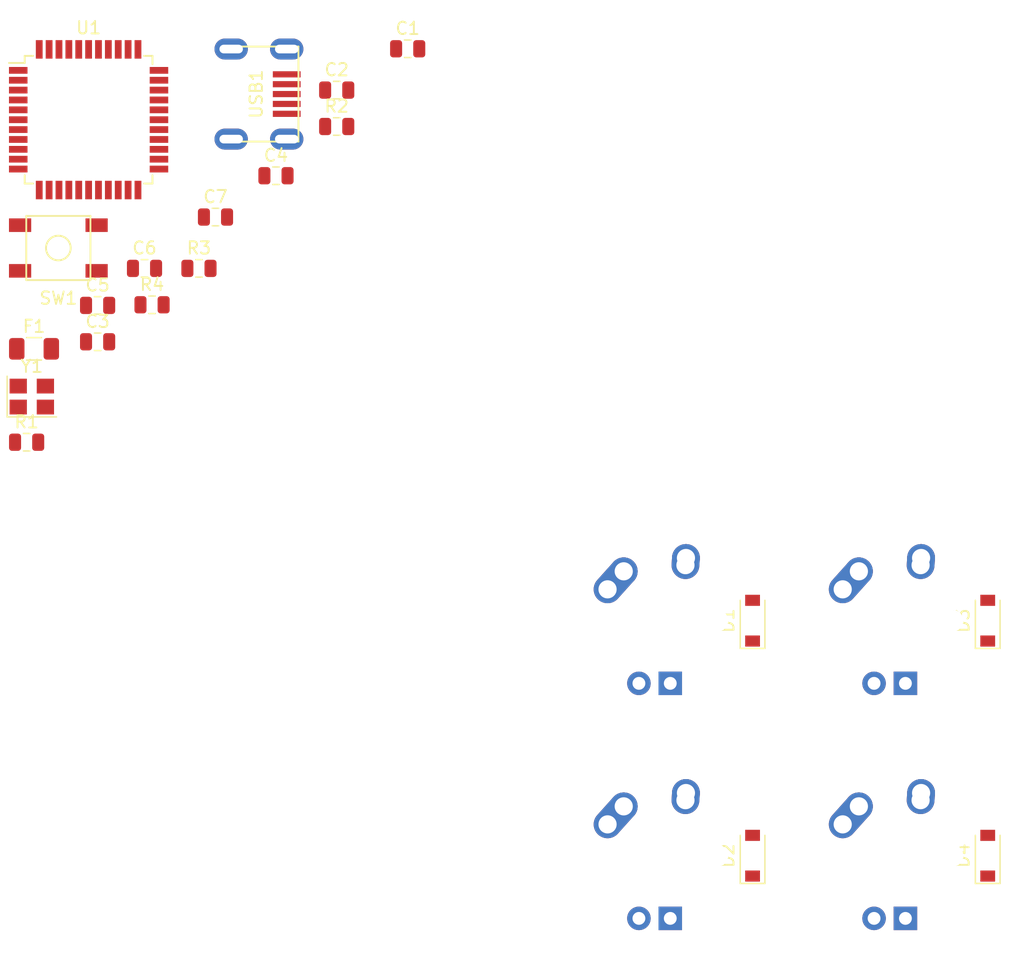
<source format=kicad_pcb>
(kicad_pcb (version 20171130) (host pcbnew "(5.1.4)-1")

  (general
    (thickness 1.6)
    (drawings 0)
    (tracks 0)
    (zones 0)
    (modules 24)
    (nets 44)
  )

  (page A4)
  (layers
    (0 F.Cu signal)
    (31 B.Cu signal)
    (32 B.Adhes user)
    (33 F.Adhes user)
    (34 B.Paste user)
    (35 F.Paste user)
    (36 B.SilkS user)
    (37 F.SilkS user)
    (38 B.Mask user)
    (39 F.Mask user)
    (40 Dwgs.User user)
    (41 Cmts.User user)
    (42 Eco1.User user)
    (43 Eco2.User user)
    (44 Edge.Cuts user)
    (45 Margin user)
    (46 B.CrtYd user)
    (47 F.CrtYd user)
    (48 B.Fab user)
    (49 F.Fab user)
  )

  (setup
    (last_trace_width 0.25)
    (trace_clearance 0.2)
    (zone_clearance 0.508)
    (zone_45_only no)
    (trace_min 0.2)
    (via_size 0.8)
    (via_drill 0.4)
    (via_min_size 0.4)
    (via_min_drill 0.3)
    (uvia_size 0.3)
    (uvia_drill 0.1)
    (uvias_allowed no)
    (uvia_min_size 0.2)
    (uvia_min_drill 0.1)
    (edge_width 0.05)
    (segment_width 0.2)
    (pcb_text_width 0.3)
    (pcb_text_size 1.5 1.5)
    (mod_edge_width 0.12)
    (mod_text_size 1 1)
    (mod_text_width 0.15)
    (pad_size 1.524 1.524)
    (pad_drill 0.762)
    (pad_to_mask_clearance 0.051)
    (solder_mask_min_width 0.25)
    (aux_axis_origin 0 0)
    (visible_elements FFFFFF7F)
    (pcbplotparams
      (layerselection 0x010fc_ffffffff)
      (usegerberextensions false)
      (usegerberattributes false)
      (usegerberadvancedattributes false)
      (creategerberjobfile false)
      (excludeedgelayer true)
      (linewidth 0.100000)
      (plotframeref false)
      (viasonmask false)
      (mode 1)
      (useauxorigin false)
      (hpglpennumber 1)
      (hpglpenspeed 20)
      (hpglpendiameter 15.000000)
      (psnegative false)
      (psa4output false)
      (plotreference true)
      (plotvalue true)
      (plotinvisibletext false)
      (padsonsilk false)
      (subtractmaskfromsilk false)
      (outputformat 1)
      (mirror false)
      (drillshape 1)
      (scaleselection 1)
      (outputdirectory ""))
  )

  (net 0 "")
  (net 1 GND)
  (net 2 "Net-(C1-Pad1)")
  (net 3 "Net-(C3-Pad1)")
  (net 4 +5V)
  (net 5 "Net-(D1-Pad2)")
  (net 6 ROW0)
  (net 7 "Net-(D2-Pad2)")
  (net 8 ROW1)
  (net 9 "Net-(D3-Pad2)")
  (net 10 "Net-(D4-Pad2)")
  (net 11 VCC)
  (net 12 COL0)
  (net 13 COL1)
  (net 14 "Net-(R1-Pad2)")
  (net 15 D+)
  (net 16 "Net-(R2-Pad1)")
  (net 17 D-)
  (net 18 "Net-(R3-Pad1)")
  (net 19 "Net-(R4-Pad2)")
  (net 20 "Net-(U1-Pad42)")
  (net 21 "Net-(U1-Pad41)")
  (net 22 "Net-(U1-Pad40)")
  (net 23 "Net-(U1-Pad39)")
  (net 24 "Net-(U1-Pad38)")
  (net 25 "Net-(U1-Pad37)")
  (net 26 "Net-(U1-Pad36)")
  (net 27 "Net-(U1-Pad32)")
  (net 28 "Net-(U1-Pad31)")
  (net 29 "Net-(U1-Pad26)")
  (net 30 "Net-(U1-Pad25)")
  (net 31 "Net-(U1-Pad22)")
  (net 32 "Net-(U1-Pad21)")
  (net 33 "Net-(U1-Pad20)")
  (net 34 "Net-(U1-Pad19)")
  (net 35 "Net-(U1-Pad18)")
  (net 36 "Net-(U1-Pad12)")
  (net 37 "Net-(U1-Pad11)")
  (net 38 "Net-(U1-Pad10)")
  (net 39 "Net-(U1-Pad9)")
  (net 40 "Net-(U1-Pad8)")
  (net 41 "Net-(U1-Pad1)")
  (net 42 "Net-(USB1-Pad6)")
  (net 43 "Net-(USB1-Pad2)")

  (net_class Default "Dit is de standaard class."
    (clearance 0.2)
    (trace_width 0.25)
    (via_dia 0.8)
    (via_drill 0.4)
    (uvia_dia 0.3)
    (uvia_drill 0.1)
    (add_net +5V)
    (add_net COL0)
    (add_net COL1)
    (add_net D+)
    (add_net D-)
    (add_net GND)
    (add_net "Net-(C1-Pad1)")
    (add_net "Net-(C3-Pad1)")
    (add_net "Net-(D1-Pad2)")
    (add_net "Net-(D2-Pad2)")
    (add_net "Net-(D3-Pad2)")
    (add_net "Net-(D4-Pad2)")
    (add_net "Net-(R1-Pad2)")
    (add_net "Net-(R2-Pad1)")
    (add_net "Net-(R3-Pad1)")
    (add_net "Net-(R4-Pad2)")
    (add_net "Net-(U1-Pad1)")
    (add_net "Net-(U1-Pad10)")
    (add_net "Net-(U1-Pad11)")
    (add_net "Net-(U1-Pad12)")
    (add_net "Net-(U1-Pad18)")
    (add_net "Net-(U1-Pad19)")
    (add_net "Net-(U1-Pad20)")
    (add_net "Net-(U1-Pad21)")
    (add_net "Net-(U1-Pad22)")
    (add_net "Net-(U1-Pad25)")
    (add_net "Net-(U1-Pad26)")
    (add_net "Net-(U1-Pad31)")
    (add_net "Net-(U1-Pad32)")
    (add_net "Net-(U1-Pad36)")
    (add_net "Net-(U1-Pad37)")
    (add_net "Net-(U1-Pad38)")
    (add_net "Net-(U1-Pad39)")
    (add_net "Net-(U1-Pad40)")
    (add_net "Net-(U1-Pad41)")
    (add_net "Net-(U1-Pad42)")
    (add_net "Net-(U1-Pad8)")
    (add_net "Net-(U1-Pad9)")
    (add_net "Net-(USB1-Pad2)")
    (add_net "Net-(USB1-Pad6)")
    (add_net ROW0)
    (add_net ROW1)
    (add_net VCC)
  )

  (module Crystal:Crystal_SMD_3225-4Pin_3.2x2.5mm (layer F.Cu) (tedit 5A0FD1B2) (tstamp 633CD93F)
    (at 157.51 86.61)
    (descr "SMD Crystal SERIES SMD3225/4 http://www.txccrystal.com/images/pdf/7m-accuracy.pdf, 3.2x2.5mm^2 package")
    (tags "SMD SMT crystal")
    (path /6340F5AA)
    (attr smd)
    (fp_text reference Y1 (at 0 -2.45) (layer F.SilkS)
      (effects (font (size 1 1) (thickness 0.15)))
    )
    (fp_text value 16MHz (at 0 2.45) (layer F.Fab)
      (effects (font (size 1 1) (thickness 0.15)))
    )
    (fp_line (start 2.1 -1.7) (end -2.1 -1.7) (layer F.CrtYd) (width 0.05))
    (fp_line (start 2.1 1.7) (end 2.1 -1.7) (layer F.CrtYd) (width 0.05))
    (fp_line (start -2.1 1.7) (end 2.1 1.7) (layer F.CrtYd) (width 0.05))
    (fp_line (start -2.1 -1.7) (end -2.1 1.7) (layer F.CrtYd) (width 0.05))
    (fp_line (start -2 1.65) (end 2 1.65) (layer F.SilkS) (width 0.12))
    (fp_line (start -2 -1.65) (end -2 1.65) (layer F.SilkS) (width 0.12))
    (fp_line (start -1.6 0.25) (end -0.6 1.25) (layer F.Fab) (width 0.1))
    (fp_line (start 1.6 -1.25) (end -1.6 -1.25) (layer F.Fab) (width 0.1))
    (fp_line (start 1.6 1.25) (end 1.6 -1.25) (layer F.Fab) (width 0.1))
    (fp_line (start -1.6 1.25) (end 1.6 1.25) (layer F.Fab) (width 0.1))
    (fp_line (start -1.6 -1.25) (end -1.6 1.25) (layer F.Fab) (width 0.1))
    (fp_text user %R (at 0 0) (layer F.Fab)
      (effects (font (size 0.7 0.7) (thickness 0.105)))
    )
    (pad 4 smd rect (at -1.1 -0.85) (size 1.4 1.2) (layers F.Cu F.Paste F.Mask)
      (net 1 GND))
    (pad 3 smd rect (at 1.1 -0.85) (size 1.4 1.2) (layers F.Cu F.Paste F.Mask)
      (net 1 GND))
    (pad 2 smd rect (at 1.1 0.85) (size 1.4 1.2) (layers F.Cu F.Paste F.Mask)
      (net 1 GND))
    (pad 1 smd rect (at -1.1 0.85) (size 1.4 1.2) (layers F.Cu F.Paste F.Mask)
      (net 2 "Net-(C1-Pad1)"))
    (model ${KISYS3DMOD}/Crystal.3dshapes/Crystal_SMD_3225-4Pin_3.2x2.5mm.wrl
      (at (xyz 0 0 0))
      (scale (xyz 1 1 1))
      (rotate (xyz 0 0 0))
    )
  )

  (module random-keyboard-parts:Molex-0548190589 (layer F.Cu) (tedit 5C494815) (tstamp 633CCC70)
    (at 173.66 62.092)
    (path /634280B9)
    (attr smd)
    (fp_text reference USB1 (at 2.032 0 90) (layer F.SilkS)
      (effects (font (size 1 1) (thickness 0.15)))
    )
    (fp_text value Molex-0548190589 (at -5.08 0 90) (layer Dwgs.User)
      (effects (font (size 1 1) (thickness 0.15)))
    )
    (fp_text user %R (at 2 0 90) (layer F.CrtYd)
      (effects (font (size 1 1) (thickness 0.15)))
    )
    (fp_line (start 3.25 -1.25) (end 5.5 -1.25) (layer F.CrtYd) (width 0.15))
    (fp_line (start 5.5 -0.5) (end 3.25 -0.5) (layer F.CrtYd) (width 0.15))
    (fp_line (start 3.25 0.5) (end 5.5 0.5) (layer F.CrtYd) (width 0.15))
    (fp_line (start 5.5 1.25) (end 3.25 1.25) (layer F.CrtYd) (width 0.15))
    (fp_line (start 3.25 2) (end 5.5 2) (layer F.CrtYd) (width 0.15))
    (fp_line (start 3.25 -2) (end 3.25 2) (layer F.CrtYd) (width 0.15))
    (fp_line (start 5.5 -2) (end 3.25 -2) (layer F.CrtYd) (width 0.15))
    (fp_line (start -3.75 3.75) (end -3.75 -3.75) (layer F.CrtYd) (width 0.15))
    (fp_line (start 5.5 3.75) (end -3.75 3.75) (layer F.CrtYd) (width 0.15))
    (fp_line (start 5.5 -3.75) (end 5.5 3.75) (layer F.CrtYd) (width 0.15))
    (fp_line (start -3.75 -3.75) (end 5.5 -3.75) (layer F.CrtYd) (width 0.15))
    (fp_line (start 0 -3.85) (end 5.45 -3.85) (layer F.SilkS) (width 0.15))
    (fp_line (start 0 3.85) (end 5.45 3.85) (layer F.SilkS) (width 0.15))
    (fp_line (start 5.45 -3.85) (end 5.45 3.85) (layer F.SilkS) (width 0.15))
    (fp_line (start -3.75 -3.85) (end 0 -3.85) (layer Dwgs.User) (width 0.15))
    (fp_line (start -3.75 3.85) (end 0 3.85) (layer Dwgs.User) (width 0.15))
    (fp_line (start -1.75 -4.572) (end -1.75 4.572) (layer Dwgs.User) (width 0.15))
    (fp_line (start -3.75 -3.85) (end -3.75 3.85) (layer Dwgs.User) (width 0.15))
    (pad 6 thru_hole oval (at 0 -3.65) (size 2.7 1.7) (drill oval 1.9 0.7) (layers *.Cu *.Mask)
      (net 42 "Net-(USB1-Pad6)"))
    (pad 6 thru_hole oval (at 0 3.65) (size 2.7 1.7) (drill oval 1.9 0.7) (layers *.Cu *.Mask)
      (net 42 "Net-(USB1-Pad6)"))
    (pad 6 thru_hole oval (at 4.5 3.65) (size 2.7 1.7) (drill oval 1.9 0.7) (layers *.Cu *.Mask)
      (net 42 "Net-(USB1-Pad6)"))
    (pad 6 thru_hole oval (at 4.5 -3.65) (size 2.7 1.7) (drill oval 1.9 0.7) (layers *.Cu *.Mask)
      (net 42 "Net-(USB1-Pad6)"))
    (pad 5 smd rect (at 4.5 -1.6) (size 2.25 0.5) (layers F.Cu F.Paste F.Mask)
      (net 11 VCC))
    (pad 4 smd rect (at 4.5 -0.8) (size 2.25 0.5) (layers F.Cu F.Paste F.Mask)
      (net 17 D-))
    (pad 3 smd rect (at 4.5 0) (size 2.25 0.5) (layers F.Cu F.Paste F.Mask)
      (net 15 D+))
    (pad 2 smd rect (at 4.5 0.8) (size 2.25 0.5) (layers F.Cu F.Paste F.Mask)
      (net 43 "Net-(USB1-Pad2)"))
    (pad 1 smd rect (at 4.5 1.6) (size 2.25 0.5) (layers F.Cu F.Paste F.Mask)
      (net 1 GND))
  )

  (module Package_QFP:TQFP-44_10x10mm_P0.8mm (layer F.Cu) (tedit 5A02F146) (tstamp 633CCC50)
    (at 162.11 64.17)
    (descr "44-Lead Plastic Thin Quad Flatpack (PT) - 10x10x1.0 mm Body [TQFP] (see Microchip Packaging Specification 00000049BS.pdf)")
    (tags "QFP 0.8")
    (path /633D9752)
    (attr smd)
    (fp_text reference U1 (at 0 -7.45) (layer F.SilkS)
      (effects (font (size 1 1) (thickness 0.15)))
    )
    (fp_text value ATmega32U4-AU (at 0 7.45) (layer F.Fab)
      (effects (font (size 1 1) (thickness 0.15)))
    )
    (fp_line (start -5.175 -4.6) (end -6.45 -4.6) (layer F.SilkS) (width 0.15))
    (fp_line (start 5.175 -5.175) (end 4.5 -5.175) (layer F.SilkS) (width 0.15))
    (fp_line (start 5.175 5.175) (end 4.5 5.175) (layer F.SilkS) (width 0.15))
    (fp_line (start -5.175 5.175) (end -4.5 5.175) (layer F.SilkS) (width 0.15))
    (fp_line (start -5.175 -5.175) (end -4.5 -5.175) (layer F.SilkS) (width 0.15))
    (fp_line (start -5.175 5.175) (end -5.175 4.5) (layer F.SilkS) (width 0.15))
    (fp_line (start 5.175 5.175) (end 5.175 4.5) (layer F.SilkS) (width 0.15))
    (fp_line (start 5.175 -5.175) (end 5.175 -4.5) (layer F.SilkS) (width 0.15))
    (fp_line (start -5.175 -5.175) (end -5.175 -4.6) (layer F.SilkS) (width 0.15))
    (fp_line (start -6.7 6.7) (end 6.7 6.7) (layer F.CrtYd) (width 0.05))
    (fp_line (start -6.7 -6.7) (end 6.7 -6.7) (layer F.CrtYd) (width 0.05))
    (fp_line (start 6.7 -6.7) (end 6.7 6.7) (layer F.CrtYd) (width 0.05))
    (fp_line (start -6.7 -6.7) (end -6.7 6.7) (layer F.CrtYd) (width 0.05))
    (fp_line (start -5 -4) (end -4 -5) (layer F.Fab) (width 0.15))
    (fp_line (start -5 5) (end -5 -4) (layer F.Fab) (width 0.15))
    (fp_line (start 5 5) (end -5 5) (layer F.Fab) (width 0.15))
    (fp_line (start 5 -5) (end 5 5) (layer F.Fab) (width 0.15))
    (fp_line (start -4 -5) (end 5 -5) (layer F.Fab) (width 0.15))
    (fp_text user %R (at 0 0) (layer F.Fab)
      (effects (font (size 1 1) (thickness 0.15)))
    )
    (pad 44 smd rect (at -4 -5.7 90) (size 1.5 0.55) (layers F.Cu F.Paste F.Mask)
      (net 4 +5V))
    (pad 43 smd rect (at -3.2 -5.7 90) (size 1.5 0.55) (layers F.Cu F.Paste F.Mask)
      (net 1 GND))
    (pad 42 smd rect (at -2.4 -5.7 90) (size 1.5 0.55) (layers F.Cu F.Paste F.Mask)
      (net 20 "Net-(U1-Pad42)"))
    (pad 41 smd rect (at -1.6 -5.7 90) (size 1.5 0.55) (layers F.Cu F.Paste F.Mask)
      (net 21 "Net-(U1-Pad41)"))
    (pad 40 smd rect (at -0.8 -5.7 90) (size 1.5 0.55) (layers F.Cu F.Paste F.Mask)
      (net 22 "Net-(U1-Pad40)"))
    (pad 39 smd rect (at 0 -5.7 90) (size 1.5 0.55) (layers F.Cu F.Paste F.Mask)
      (net 23 "Net-(U1-Pad39)"))
    (pad 38 smd rect (at 0.8 -5.7 90) (size 1.5 0.55) (layers F.Cu F.Paste F.Mask)
      (net 24 "Net-(U1-Pad38)"))
    (pad 37 smd rect (at 1.6 -5.7 90) (size 1.5 0.55) (layers F.Cu F.Paste F.Mask)
      (net 25 "Net-(U1-Pad37)"))
    (pad 36 smd rect (at 2.4 -5.7 90) (size 1.5 0.55) (layers F.Cu F.Paste F.Mask)
      (net 26 "Net-(U1-Pad36)"))
    (pad 35 smd rect (at 3.2 -5.7 90) (size 1.5 0.55) (layers F.Cu F.Paste F.Mask)
      (net 1 GND))
    (pad 34 smd rect (at 4 -5.7 90) (size 1.5 0.55) (layers F.Cu F.Paste F.Mask)
      (net 4 +5V))
    (pad 33 smd rect (at 5.7 -4) (size 1.5 0.55) (layers F.Cu F.Paste F.Mask)
      (net 19 "Net-(R4-Pad2)"))
    (pad 32 smd rect (at 5.7 -3.2) (size 1.5 0.55) (layers F.Cu F.Paste F.Mask)
      (net 27 "Net-(U1-Pad32)"))
    (pad 31 smd rect (at 5.7 -2.4) (size 1.5 0.55) (layers F.Cu F.Paste F.Mask)
      (net 28 "Net-(U1-Pad31)"))
    (pad 30 smd rect (at 5.7 -1.6) (size 1.5 0.55) (layers F.Cu F.Paste F.Mask)
      (net 8 ROW1))
    (pad 29 smd rect (at 5.7 -0.8) (size 1.5 0.55) (layers F.Cu F.Paste F.Mask)
      (net 12 COL0))
    (pad 28 smd rect (at 5.7 0) (size 1.5 0.55) (layers F.Cu F.Paste F.Mask)
      (net 13 COL1))
    (pad 27 smd rect (at 5.7 0.8) (size 1.5 0.55) (layers F.Cu F.Paste F.Mask)
      (net 6 ROW0))
    (pad 26 smd rect (at 5.7 1.6) (size 1.5 0.55) (layers F.Cu F.Paste F.Mask)
      (net 29 "Net-(U1-Pad26)"))
    (pad 25 smd rect (at 5.7 2.4) (size 1.5 0.55) (layers F.Cu F.Paste F.Mask)
      (net 30 "Net-(U1-Pad25)"))
    (pad 24 smd rect (at 5.7 3.2) (size 1.5 0.55) (layers F.Cu F.Paste F.Mask)
      (net 4 +5V))
    (pad 23 smd rect (at 5.7 4) (size 1.5 0.55) (layers F.Cu F.Paste F.Mask)
      (net 1 GND))
    (pad 22 smd rect (at 4 5.7 90) (size 1.5 0.55) (layers F.Cu F.Paste F.Mask)
      (net 31 "Net-(U1-Pad22)"))
    (pad 21 smd rect (at 3.2 5.7 90) (size 1.5 0.55) (layers F.Cu F.Paste F.Mask)
      (net 32 "Net-(U1-Pad21)"))
    (pad 20 smd rect (at 2.4 5.7 90) (size 1.5 0.55) (layers F.Cu F.Paste F.Mask)
      (net 33 "Net-(U1-Pad20)"))
    (pad 19 smd rect (at 1.6 5.7 90) (size 1.5 0.55) (layers F.Cu F.Paste F.Mask)
      (net 34 "Net-(U1-Pad19)"))
    (pad 18 smd rect (at 0.8 5.7 90) (size 1.5 0.55) (layers F.Cu F.Paste F.Mask)
      (net 35 "Net-(U1-Pad18)"))
    (pad 17 smd rect (at 0 5.7 90) (size 1.5 0.55) (layers F.Cu F.Paste F.Mask)
      (net 2 "Net-(C1-Pad1)"))
    (pad 16 smd rect (at -0.8 5.7 90) (size 1.5 0.55) (layers F.Cu F.Paste F.Mask)
      (net 1 GND))
    (pad 15 smd rect (at -1.6 5.7 90) (size 1.5 0.55) (layers F.Cu F.Paste F.Mask)
      (net 1 GND))
    (pad 14 smd rect (at -2.4 5.7 90) (size 1.5 0.55) (layers F.Cu F.Paste F.Mask)
      (net 4 +5V))
    (pad 13 smd rect (at -3.2 5.7 90) (size 1.5 0.55) (layers F.Cu F.Paste F.Mask)
      (net 14 "Net-(R1-Pad2)"))
    (pad 12 smd rect (at -4 5.7 90) (size 1.5 0.55) (layers F.Cu F.Paste F.Mask)
      (net 36 "Net-(U1-Pad12)"))
    (pad 11 smd rect (at -5.7 4) (size 1.5 0.55) (layers F.Cu F.Paste F.Mask)
      (net 37 "Net-(U1-Pad11)"))
    (pad 10 smd rect (at -5.7 3.2) (size 1.5 0.55) (layers F.Cu F.Paste F.Mask)
      (net 38 "Net-(U1-Pad10)"))
    (pad 9 smd rect (at -5.7 2.4) (size 1.5 0.55) (layers F.Cu F.Paste F.Mask)
      (net 39 "Net-(U1-Pad9)"))
    (pad 8 smd rect (at -5.7 1.6) (size 1.5 0.55) (layers F.Cu F.Paste F.Mask)
      (net 40 "Net-(U1-Pad8)"))
    (pad 7 smd rect (at -5.7 0.8) (size 1.5 0.55) (layers F.Cu F.Paste F.Mask)
      (net 4 +5V))
    (pad 6 smd rect (at -5.7 0) (size 1.5 0.55) (layers F.Cu F.Paste F.Mask)
      (net 3 "Net-(C3-Pad1)"))
    (pad 5 smd rect (at -5.7 -0.8) (size 1.5 0.55) (layers F.Cu F.Paste F.Mask)
      (net 1 GND))
    (pad 4 smd rect (at -5.7 -1.6) (size 1.5 0.55) (layers F.Cu F.Paste F.Mask)
      (net 16 "Net-(R2-Pad1)"))
    (pad 3 smd rect (at -5.7 -2.4) (size 1.5 0.55) (layers F.Cu F.Paste F.Mask)
      (net 18 "Net-(R3-Pad1)"))
    (pad 2 smd rect (at -5.7 -3.2) (size 1.5 0.55) (layers F.Cu F.Paste F.Mask)
      (net 4 +5V))
    (pad 1 smd rect (at -5.7 -4) (size 1.5 0.55) (layers F.Cu F.Paste F.Mask)
      (net 41 "Net-(U1-Pad1)"))
    (model ${KISYS3DMOD}/Package_QFP.3dshapes/TQFP-44_10x10mm_P0.8mm.wrl
      (at (xyz 0 0 0))
      (scale (xyz 1 1 1))
      (rotate (xyz 0 0 0))
    )
  )

  (module random-keyboard-parts:SKQG-1155865 (layer F.Cu) (tedit 5E62B398) (tstamp 633CD9E4)
    (at 159.66 74.57)
    (path /6341F996)
    (attr smd)
    (fp_text reference SW1 (at 0 4.064) (layer F.SilkS)
      (effects (font (size 1 1) (thickness 0.15)))
    )
    (fp_text value SW_Push (at 0 -4.064) (layer F.Fab)
      (effects (font (size 1 1) (thickness 0.15)))
    )
    (fp_line (start -2.6 -2.6) (end 2.6 -2.6) (layer F.SilkS) (width 0.15))
    (fp_line (start 2.6 -2.6) (end 2.6 2.6) (layer F.SilkS) (width 0.15))
    (fp_line (start 2.6 2.6) (end -2.6 2.6) (layer F.SilkS) (width 0.15))
    (fp_line (start -2.6 2.6) (end -2.6 -2.6) (layer F.SilkS) (width 0.15))
    (fp_circle (center 0 0) (end 1 0) (layer F.SilkS) (width 0.15))
    (fp_line (start -4.2 -2.6) (end 4.2 -2.6) (layer F.Fab) (width 0.15))
    (fp_line (start 4.2 -2.6) (end 4.2 -1.2) (layer F.Fab) (width 0.15))
    (fp_line (start 4.2 -1.1) (end 2.6 -1.1) (layer F.Fab) (width 0.15))
    (fp_line (start 2.6 -1.1) (end 2.6 1.1) (layer F.Fab) (width 0.15))
    (fp_line (start 2.6 1.1) (end 4.2 1.1) (layer F.Fab) (width 0.15))
    (fp_line (start 4.2 1.1) (end 4.2 2.6) (layer F.Fab) (width 0.15))
    (fp_line (start 4.2 2.6) (end -4.2 2.6) (layer F.Fab) (width 0.15))
    (fp_line (start -4.2 2.6) (end -4.2 1.1) (layer F.Fab) (width 0.15))
    (fp_line (start -4.2 1.1) (end -2.6 1.1) (layer F.Fab) (width 0.15))
    (fp_line (start -2.6 1.1) (end -2.6 -1.1) (layer F.Fab) (width 0.15))
    (fp_line (start -2.6 -1.1) (end -4.2 -1.1) (layer F.Fab) (width 0.15))
    (fp_line (start -4.2 -1.1) (end -4.2 -2.6) (layer F.Fab) (width 0.15))
    (fp_circle (center 0 0) (end 1 0) (layer F.Fab) (width 0.15))
    (fp_line (start -2.6 -1.1) (end -1.1 -2.6) (layer F.Fab) (width 0.15))
    (fp_line (start 2.6 -1.1) (end 1.1 -2.6) (layer F.Fab) (width 0.15))
    (fp_line (start 2.6 1.1) (end 1.1 2.6) (layer F.Fab) (width 0.15))
    (fp_line (start -2.6 1.1) (end -1.1 2.6) (layer F.Fab) (width 0.15))
    (pad 4 smd rect (at -3.1 1.85) (size 1.8 1.1) (layers F.Cu F.Paste F.Mask))
    (pad 3 smd rect (at 3.1 -1.85) (size 1.8 1.1) (layers F.Cu F.Paste F.Mask))
    (pad 2 smd rect (at -3.1 -1.85) (size 1.8 1.1) (layers F.Cu F.Paste F.Mask)
      (net 14 "Net-(R1-Pad2)"))
    (pad 1 smd rect (at 3.1 1.85) (size 1.8 1.1) (layers F.Cu F.Paste F.Mask)
      (net 1 GND))
    (model ${KISYS3DMOD}/Button_Switch_SMD.3dshapes/SW_SPST_TL3342.step
      (at (xyz 0 0 0))
      (scale (xyz 1 1 1))
      (rotate (xyz 0 0 0))
    )
  )

  (module Resistor_SMD:R_0805_2012Metric (layer F.Cu) (tedit 5B36C52B) (tstamp 633CCBEF)
    (at 167.25 79.17)
    (descr "Resistor SMD 0805 (2012 Metric), square (rectangular) end terminal, IPC_7351 nominal, (Body size source: https://docs.google.com/spreadsheets/d/1BsfQQcO9C6DZCsRaXUlFlo91Tg2WpOkGARC1WS5S8t0/edit?usp=sharing), generated with kicad-footprint-generator")
    (tags resistor)
    (path /633E989A)
    (attr smd)
    (fp_text reference R4 (at 0 -1.65) (layer F.SilkS)
      (effects (font (size 1 1) (thickness 0.15)))
    )
    (fp_text value 10k (at 0 1.65) (layer F.Fab)
      (effects (font (size 1 1) (thickness 0.15)))
    )
    (fp_text user %R (at 0 0) (layer F.Fab)
      (effects (font (size 0.5 0.5) (thickness 0.08)))
    )
    (fp_line (start 1.68 0.95) (end -1.68 0.95) (layer F.CrtYd) (width 0.05))
    (fp_line (start 1.68 -0.95) (end 1.68 0.95) (layer F.CrtYd) (width 0.05))
    (fp_line (start -1.68 -0.95) (end 1.68 -0.95) (layer F.CrtYd) (width 0.05))
    (fp_line (start -1.68 0.95) (end -1.68 -0.95) (layer F.CrtYd) (width 0.05))
    (fp_line (start -0.258578 0.71) (end 0.258578 0.71) (layer F.SilkS) (width 0.12))
    (fp_line (start -0.258578 -0.71) (end 0.258578 -0.71) (layer F.SilkS) (width 0.12))
    (fp_line (start 1 0.6) (end -1 0.6) (layer F.Fab) (width 0.1))
    (fp_line (start 1 -0.6) (end 1 0.6) (layer F.Fab) (width 0.1))
    (fp_line (start -1 -0.6) (end 1 -0.6) (layer F.Fab) (width 0.1))
    (fp_line (start -1 0.6) (end -1 -0.6) (layer F.Fab) (width 0.1))
    (pad 2 smd roundrect (at 0.9375 0) (size 0.975 1.4) (layers F.Cu F.Paste F.Mask) (roundrect_rratio 0.25)
      (net 19 "Net-(R4-Pad2)"))
    (pad 1 smd roundrect (at -0.9375 0) (size 0.975 1.4) (layers F.Cu F.Paste F.Mask) (roundrect_rratio 0.25)
      (net 1 GND))
    (model ${KISYS3DMOD}/Resistor_SMD.3dshapes/R_0805_2012Metric.wrl
      (at (xyz 0 0 0))
      (scale (xyz 1 1 1))
      (rotate (xyz 0 0 0))
    )
  )

  (module Resistor_SMD:R_0805_2012Metric (layer F.Cu) (tedit 5B36C52B) (tstamp 633CCBDE)
    (at 171.05 76.22)
    (descr "Resistor SMD 0805 (2012 Metric), square (rectangular) end terminal, IPC_7351 nominal, (Body size source: https://docs.google.com/spreadsheets/d/1BsfQQcO9C6DZCsRaXUlFlo91Tg2WpOkGARC1WS5S8t0/edit?usp=sharing), generated with kicad-footprint-generator")
    (tags resistor)
    (path /633F12B6)
    (attr smd)
    (fp_text reference R3 (at 0 -1.65) (layer F.SilkS)
      (effects (font (size 1 1) (thickness 0.15)))
    )
    (fp_text value 22 (at 0 1.65) (layer F.Fab)
      (effects (font (size 1 1) (thickness 0.15)))
    )
    (fp_text user %R (at 0 0) (layer F.Fab)
      (effects (font (size 0.5 0.5) (thickness 0.08)))
    )
    (fp_line (start 1.68 0.95) (end -1.68 0.95) (layer F.CrtYd) (width 0.05))
    (fp_line (start 1.68 -0.95) (end 1.68 0.95) (layer F.CrtYd) (width 0.05))
    (fp_line (start -1.68 -0.95) (end 1.68 -0.95) (layer F.CrtYd) (width 0.05))
    (fp_line (start -1.68 0.95) (end -1.68 -0.95) (layer F.CrtYd) (width 0.05))
    (fp_line (start -0.258578 0.71) (end 0.258578 0.71) (layer F.SilkS) (width 0.12))
    (fp_line (start -0.258578 -0.71) (end 0.258578 -0.71) (layer F.SilkS) (width 0.12))
    (fp_line (start 1 0.6) (end -1 0.6) (layer F.Fab) (width 0.1))
    (fp_line (start 1 -0.6) (end 1 0.6) (layer F.Fab) (width 0.1))
    (fp_line (start -1 -0.6) (end 1 -0.6) (layer F.Fab) (width 0.1))
    (fp_line (start -1 0.6) (end -1 -0.6) (layer F.Fab) (width 0.1))
    (pad 2 smd roundrect (at 0.9375 0) (size 0.975 1.4) (layers F.Cu F.Paste F.Mask) (roundrect_rratio 0.25)
      (net 17 D-))
    (pad 1 smd roundrect (at -0.9375 0) (size 0.975 1.4) (layers F.Cu F.Paste F.Mask) (roundrect_rratio 0.25)
      (net 18 "Net-(R3-Pad1)"))
    (model ${KISYS3DMOD}/Resistor_SMD.3dshapes/R_0805_2012Metric.wrl
      (at (xyz 0 0 0))
      (scale (xyz 1 1 1))
      (rotate (xyz 0 0 0))
    )
  )

  (module Resistor_SMD:R_0805_2012Metric (layer F.Cu) (tedit 5B36C52B) (tstamp 633CCBCD)
    (at 182.21 64.72)
    (descr "Resistor SMD 0805 (2012 Metric), square (rectangular) end terminal, IPC_7351 nominal, (Body size source: https://docs.google.com/spreadsheets/d/1BsfQQcO9C6DZCsRaXUlFlo91Tg2WpOkGARC1WS5S8t0/edit?usp=sharing), generated with kicad-footprint-generator")
    (tags resistor)
    (path /633EFD95)
    (attr smd)
    (fp_text reference R2 (at 0 -1.65) (layer F.SilkS)
      (effects (font (size 1 1) (thickness 0.15)))
    )
    (fp_text value 22 (at 0 1.65) (layer F.Fab)
      (effects (font (size 1 1) (thickness 0.15)))
    )
    (fp_text user %R (at 0 0) (layer F.Fab)
      (effects (font (size 0.5 0.5) (thickness 0.08)))
    )
    (fp_line (start 1.68 0.95) (end -1.68 0.95) (layer F.CrtYd) (width 0.05))
    (fp_line (start 1.68 -0.95) (end 1.68 0.95) (layer F.CrtYd) (width 0.05))
    (fp_line (start -1.68 -0.95) (end 1.68 -0.95) (layer F.CrtYd) (width 0.05))
    (fp_line (start -1.68 0.95) (end -1.68 -0.95) (layer F.CrtYd) (width 0.05))
    (fp_line (start -0.258578 0.71) (end 0.258578 0.71) (layer F.SilkS) (width 0.12))
    (fp_line (start -0.258578 -0.71) (end 0.258578 -0.71) (layer F.SilkS) (width 0.12))
    (fp_line (start 1 0.6) (end -1 0.6) (layer F.Fab) (width 0.1))
    (fp_line (start 1 -0.6) (end 1 0.6) (layer F.Fab) (width 0.1))
    (fp_line (start -1 -0.6) (end 1 -0.6) (layer F.Fab) (width 0.1))
    (fp_line (start -1 0.6) (end -1 -0.6) (layer F.Fab) (width 0.1))
    (pad 2 smd roundrect (at 0.9375 0) (size 0.975 1.4) (layers F.Cu F.Paste F.Mask) (roundrect_rratio 0.25)
      (net 15 D+))
    (pad 1 smd roundrect (at -0.9375 0) (size 0.975 1.4) (layers F.Cu F.Paste F.Mask) (roundrect_rratio 0.25)
      (net 16 "Net-(R2-Pad1)"))
    (model ${KISYS3DMOD}/Resistor_SMD.3dshapes/R_0805_2012Metric.wrl
      (at (xyz 0 0 0))
      (scale (xyz 1 1 1))
      (rotate (xyz 0 0 0))
    )
  )

  (module Resistor_SMD:R_0805_2012Metric (layer F.Cu) (tedit 5B36C52B) (tstamp 633CCBBC)
    (at 157.09 90.31)
    (descr "Resistor SMD 0805 (2012 Metric), square (rectangular) end terminal, IPC_7351 nominal, (Body size source: https://docs.google.com/spreadsheets/d/1BsfQQcO9C6DZCsRaXUlFlo91Tg2WpOkGARC1WS5S8t0/edit?usp=sharing), generated with kicad-footprint-generator")
    (tags resistor)
    (path /6342361B)
    (attr smd)
    (fp_text reference R1 (at 0 -1.65) (layer F.SilkS)
      (effects (font (size 1 1) (thickness 0.15)))
    )
    (fp_text value 10k (at 0 1.65) (layer F.Fab)
      (effects (font (size 1 1) (thickness 0.15)))
    )
    (fp_text user %R (at 0 0) (layer F.Fab)
      (effects (font (size 0.5 0.5) (thickness 0.08)))
    )
    (fp_line (start 1.68 0.95) (end -1.68 0.95) (layer F.CrtYd) (width 0.05))
    (fp_line (start 1.68 -0.95) (end 1.68 0.95) (layer F.CrtYd) (width 0.05))
    (fp_line (start -1.68 -0.95) (end 1.68 -0.95) (layer F.CrtYd) (width 0.05))
    (fp_line (start -1.68 0.95) (end -1.68 -0.95) (layer F.CrtYd) (width 0.05))
    (fp_line (start -0.258578 0.71) (end 0.258578 0.71) (layer F.SilkS) (width 0.12))
    (fp_line (start -0.258578 -0.71) (end 0.258578 -0.71) (layer F.SilkS) (width 0.12))
    (fp_line (start 1 0.6) (end -1 0.6) (layer F.Fab) (width 0.1))
    (fp_line (start 1 -0.6) (end 1 0.6) (layer F.Fab) (width 0.1))
    (fp_line (start -1 -0.6) (end 1 -0.6) (layer F.Fab) (width 0.1))
    (fp_line (start -1 0.6) (end -1 -0.6) (layer F.Fab) (width 0.1))
    (pad 2 smd roundrect (at 0.9375 0) (size 0.975 1.4) (layers F.Cu F.Paste F.Mask) (roundrect_rratio 0.25)
      (net 14 "Net-(R1-Pad2)"))
    (pad 1 smd roundrect (at -0.9375 0) (size 0.975 1.4) (layers F.Cu F.Paste F.Mask) (roundrect_rratio 0.25)
      (net 4 +5V))
    (model ${KISYS3DMOD}/Resistor_SMD.3dshapes/R_0805_2012Metric.wrl
      (at (xyz 0 0 0))
      (scale (xyz 1 1 1))
      (rotate (xyz 0 0 0))
    )
  )

  (module MX_Alps_Hybrid:MX-1U (layer F.Cu) (tedit 5A9F3A9A) (tstamp 633CCBAB)
    (at 227.0125 123.825)
    (path /63444425)
    (fp_text reference MX4 (at 0 3.175) (layer Dwgs.User)
      (effects (font (size 1 1) (thickness 0.15)))
    )
    (fp_text value MX-NoLED (at 0 -7.9375) (layer Dwgs.User)
      (effects (font (size 1 1) (thickness 0.15)))
    )
    (fp_line (start -9.525 9.525) (end -9.525 -9.525) (layer Dwgs.User) (width 0.15))
    (fp_line (start 9.525 9.525) (end -9.525 9.525) (layer Dwgs.User) (width 0.15))
    (fp_line (start 9.525 -9.525) (end 9.525 9.525) (layer Dwgs.User) (width 0.15))
    (fp_line (start -9.525 -9.525) (end 9.525 -9.525) (layer Dwgs.User) (width 0.15))
    (fp_line (start -7 -7) (end -7 -5) (layer Dwgs.User) (width 0.15))
    (fp_line (start -5 -7) (end -7 -7) (layer Dwgs.User) (width 0.15))
    (fp_line (start -7 7) (end -5 7) (layer Dwgs.User) (width 0.15))
    (fp_line (start -7 5) (end -7 7) (layer Dwgs.User) (width 0.15))
    (fp_line (start 7 7) (end 7 5) (layer Dwgs.User) (width 0.15))
    (fp_line (start 5 7) (end 7 7) (layer Dwgs.User) (width 0.15))
    (fp_line (start 7 -7) (end 7 -5) (layer Dwgs.User) (width 0.15))
    (fp_line (start 5 -7) (end 7 -7) (layer Dwgs.User) (width 0.15))
    (pad "" np_thru_hole circle (at 5.08 0 48.0996) (size 1.75 1.75) (drill 1.75) (layers *.Cu *.Mask))
    (pad "" np_thru_hole circle (at -5.08 0 48.0996) (size 1.75 1.75) (drill 1.75) (layers *.Cu *.Mask))
    (pad 4 thru_hole rect (at 1.27 5.08) (size 1.905 1.905) (drill 1.04) (layers *.Cu B.Mask))
    (pad 3 thru_hole circle (at -1.27 5.08) (size 1.905 1.905) (drill 1.04) (layers *.Cu B.Mask))
    (pad 1 thru_hole circle (at -2.5 -4) (size 2.25 2.25) (drill 1.47) (layers *.Cu B.Mask)
      (net 13 COL1))
    (pad "" np_thru_hole circle (at 0 0) (size 3.9878 3.9878) (drill 3.9878) (layers *.Cu *.Mask))
    (pad 1 thru_hole oval (at -3.81 -2.54 48.0996) (size 4.211556 2.25) (drill 1.47 (offset 0.980778 0)) (layers *.Cu B.Mask)
      (net 13 COL1))
    (pad 2 thru_hole circle (at 2.54 -5.08) (size 2.25 2.25) (drill 1.47) (layers *.Cu B.Mask)
      (net 10 "Net-(D4-Pad2)"))
    (pad 2 thru_hole oval (at 2.5 -4.5 86.0548) (size 2.831378 2.25) (drill 1.47 (offset 0.290689 0)) (layers *.Cu B.Mask)
      (net 10 "Net-(D4-Pad2)"))
  )

  (module MX_Alps_Hybrid:MX-1U (layer F.Cu) (tedit 5A9F3A9A) (tstamp 633CCB92)
    (at 207.9625 123.825)
    (path /63442A22)
    (fp_text reference MX3 (at 0 3.175) (layer Dwgs.User)
      (effects (font (size 1 1) (thickness 0.15)))
    )
    (fp_text value MX-NoLED (at 0 -7.9375) (layer Dwgs.User)
      (effects (font (size 1 1) (thickness 0.15)))
    )
    (fp_line (start -9.525 9.525) (end -9.525 -9.525) (layer Dwgs.User) (width 0.15))
    (fp_line (start 9.525 9.525) (end -9.525 9.525) (layer Dwgs.User) (width 0.15))
    (fp_line (start 9.525 -9.525) (end 9.525 9.525) (layer Dwgs.User) (width 0.15))
    (fp_line (start -9.525 -9.525) (end 9.525 -9.525) (layer Dwgs.User) (width 0.15))
    (fp_line (start -7 -7) (end -7 -5) (layer Dwgs.User) (width 0.15))
    (fp_line (start -5 -7) (end -7 -7) (layer Dwgs.User) (width 0.15))
    (fp_line (start -7 7) (end -5 7) (layer Dwgs.User) (width 0.15))
    (fp_line (start -7 5) (end -7 7) (layer Dwgs.User) (width 0.15))
    (fp_line (start 7 7) (end 7 5) (layer Dwgs.User) (width 0.15))
    (fp_line (start 5 7) (end 7 7) (layer Dwgs.User) (width 0.15))
    (fp_line (start 7 -7) (end 7 -5) (layer Dwgs.User) (width 0.15))
    (fp_line (start 5 -7) (end 7 -7) (layer Dwgs.User) (width 0.15))
    (pad "" np_thru_hole circle (at 5.08 0 48.0996) (size 1.75 1.75) (drill 1.75) (layers *.Cu *.Mask))
    (pad "" np_thru_hole circle (at -5.08 0 48.0996) (size 1.75 1.75) (drill 1.75) (layers *.Cu *.Mask))
    (pad 4 thru_hole rect (at 1.27 5.08) (size 1.905 1.905) (drill 1.04) (layers *.Cu B.Mask))
    (pad 3 thru_hole circle (at -1.27 5.08) (size 1.905 1.905) (drill 1.04) (layers *.Cu B.Mask))
    (pad 1 thru_hole circle (at -2.5 -4) (size 2.25 2.25) (drill 1.47) (layers *.Cu B.Mask)
      (net 12 COL0))
    (pad "" np_thru_hole circle (at 0 0) (size 3.9878 3.9878) (drill 3.9878) (layers *.Cu *.Mask))
    (pad 1 thru_hole oval (at -3.81 -2.54 48.0996) (size 4.211556 2.25) (drill 1.47 (offset 0.980778 0)) (layers *.Cu B.Mask)
      (net 12 COL0))
    (pad 2 thru_hole circle (at 2.54 -5.08) (size 2.25 2.25) (drill 1.47) (layers *.Cu B.Mask)
      (net 7 "Net-(D2-Pad2)"))
    (pad 2 thru_hole oval (at 2.5 -4.5 86.0548) (size 2.831378 2.25) (drill 1.47 (offset 0.290689 0)) (layers *.Cu B.Mask)
      (net 7 "Net-(D2-Pad2)"))
  )

  (module MX_Alps_Hybrid:MX-1U (layer F.Cu) (tedit 5A9F3A9A) (tstamp 633CCB79)
    (at 227.0125 104.775)
    (path /63440E49)
    (fp_text reference MX2 (at 0 3.175) (layer Dwgs.User)
      (effects (font (size 1 1) (thickness 0.15)))
    )
    (fp_text value MX-NoLED (at 0 -7.9375) (layer Dwgs.User)
      (effects (font (size 1 1) (thickness 0.15)))
    )
    (fp_line (start -9.525 9.525) (end -9.525 -9.525) (layer Dwgs.User) (width 0.15))
    (fp_line (start 9.525 9.525) (end -9.525 9.525) (layer Dwgs.User) (width 0.15))
    (fp_line (start 9.525 -9.525) (end 9.525 9.525) (layer Dwgs.User) (width 0.15))
    (fp_line (start -9.525 -9.525) (end 9.525 -9.525) (layer Dwgs.User) (width 0.15))
    (fp_line (start -7 -7) (end -7 -5) (layer Dwgs.User) (width 0.15))
    (fp_line (start -5 -7) (end -7 -7) (layer Dwgs.User) (width 0.15))
    (fp_line (start -7 7) (end -5 7) (layer Dwgs.User) (width 0.15))
    (fp_line (start -7 5) (end -7 7) (layer Dwgs.User) (width 0.15))
    (fp_line (start 7 7) (end 7 5) (layer Dwgs.User) (width 0.15))
    (fp_line (start 5 7) (end 7 7) (layer Dwgs.User) (width 0.15))
    (fp_line (start 7 -7) (end 7 -5) (layer Dwgs.User) (width 0.15))
    (fp_line (start 5 -7) (end 7 -7) (layer Dwgs.User) (width 0.15))
    (pad "" np_thru_hole circle (at 5.08 0 48.0996) (size 1.75 1.75) (drill 1.75) (layers *.Cu *.Mask))
    (pad "" np_thru_hole circle (at -5.08 0 48.0996) (size 1.75 1.75) (drill 1.75) (layers *.Cu *.Mask))
    (pad 4 thru_hole rect (at 1.27 5.08) (size 1.905 1.905) (drill 1.04) (layers *.Cu B.Mask))
    (pad 3 thru_hole circle (at -1.27 5.08) (size 1.905 1.905) (drill 1.04) (layers *.Cu B.Mask))
    (pad 1 thru_hole circle (at -2.5 -4) (size 2.25 2.25) (drill 1.47) (layers *.Cu B.Mask)
      (net 13 COL1))
    (pad "" np_thru_hole circle (at 0 0) (size 3.9878 3.9878) (drill 3.9878) (layers *.Cu *.Mask))
    (pad 1 thru_hole oval (at -3.81 -2.54 48.0996) (size 4.211556 2.25) (drill 1.47 (offset 0.980778 0)) (layers *.Cu B.Mask)
      (net 13 COL1))
    (pad 2 thru_hole circle (at 2.54 -5.08) (size 2.25 2.25) (drill 1.47) (layers *.Cu B.Mask)
      (net 9 "Net-(D3-Pad2)"))
    (pad 2 thru_hole oval (at 2.5 -4.5 86.0548) (size 2.831378 2.25) (drill 1.47 (offset 0.290689 0)) (layers *.Cu B.Mask)
      (net 9 "Net-(D3-Pad2)"))
  )

  (module MX_Alps_Hybrid:MX-1U (layer F.Cu) (tedit 5A9F3A9A) (tstamp 633CD156)
    (at 207.9625 104.775)
    (path /6343346E)
    (fp_text reference MX1 (at 0 3.175) (layer Dwgs.User)
      (effects (font (size 1 1) (thickness 0.15)))
    )
    (fp_text value MX-NoLED (at 0 -7.9375) (layer Dwgs.User)
      (effects (font (size 1 1) (thickness 0.15)))
    )
    (fp_line (start -9.525 9.525) (end -9.525 -9.525) (layer Dwgs.User) (width 0.15))
    (fp_line (start 9.525 9.525) (end -9.525 9.525) (layer Dwgs.User) (width 0.15))
    (fp_line (start 9.525 -9.525) (end 9.525 9.525) (layer Dwgs.User) (width 0.15))
    (fp_line (start -9.525 -9.525) (end 9.525 -9.525) (layer Dwgs.User) (width 0.15))
    (fp_line (start -7 -7) (end -7 -5) (layer Dwgs.User) (width 0.15))
    (fp_line (start -5 -7) (end -7 -7) (layer Dwgs.User) (width 0.15))
    (fp_line (start -7 7) (end -5 7) (layer Dwgs.User) (width 0.15))
    (fp_line (start -7 5) (end -7 7) (layer Dwgs.User) (width 0.15))
    (fp_line (start 7 7) (end 7 5) (layer Dwgs.User) (width 0.15))
    (fp_line (start 5 7) (end 7 7) (layer Dwgs.User) (width 0.15))
    (fp_line (start 7 -7) (end 7 -5) (layer Dwgs.User) (width 0.15))
    (fp_line (start 5 -7) (end 7 -7) (layer Dwgs.User) (width 0.15))
    (pad "" np_thru_hole circle (at 5.08 0 48.0996) (size 1.75 1.75) (drill 1.75) (layers *.Cu *.Mask))
    (pad "" np_thru_hole circle (at -5.08 0 48.0996) (size 1.75 1.75) (drill 1.75) (layers *.Cu *.Mask))
    (pad 4 thru_hole rect (at 1.27 5.08) (size 1.905 1.905) (drill 1.04) (layers *.Cu B.Mask))
    (pad 3 thru_hole circle (at -1.27 5.08) (size 1.905 1.905) (drill 1.04) (layers *.Cu B.Mask))
    (pad 1 thru_hole circle (at -2.5 -4) (size 2.25 2.25) (drill 1.47) (layers *.Cu B.Mask)
      (net 12 COL0))
    (pad "" np_thru_hole circle (at 0 0) (size 3.9878 3.9878) (drill 3.9878) (layers *.Cu *.Mask))
    (pad 1 thru_hole oval (at -3.81 -2.54 48.0996) (size 4.211556 2.25) (drill 1.47 (offset 0.980778 0)) (layers *.Cu B.Mask)
      (net 12 COL0))
    (pad 2 thru_hole circle (at 2.54 -5.08) (size 2.25 2.25) (drill 1.47) (layers *.Cu B.Mask)
      (net 5 "Net-(D1-Pad2)"))
    (pad 2 thru_hole oval (at 2.5 -4.5 86.0548) (size 2.831378 2.25) (drill 1.47 (offset 0.290689 0)) (layers *.Cu B.Mask)
      (net 5 "Net-(D1-Pad2)"))
  )

  (module Fuse:Fuse_1206_3216Metric (layer F.Cu) (tedit 5B301BBE) (tstamp 633CCB47)
    (at 157.69 82.74)
    (descr "Fuse SMD 1206 (3216 Metric), square (rectangular) end terminal, IPC_7351 nominal, (Body size source: http://www.tortai-tech.com/upload/download/2011102023233369053.pdf), generated with kicad-footprint-generator")
    (tags resistor)
    (path /6342D879)
    (attr smd)
    (fp_text reference F1 (at 0 -1.82) (layer F.SilkS)
      (effects (font (size 1 1) (thickness 0.15)))
    )
    (fp_text value 500mA (at 0 1.82) (layer F.Fab)
      (effects (font (size 1 1) (thickness 0.15)))
    )
    (fp_text user %R (at 0 0) (layer F.Fab)
      (effects (font (size 0.8 0.8) (thickness 0.12)))
    )
    (fp_line (start 2.28 1.12) (end -2.28 1.12) (layer F.CrtYd) (width 0.05))
    (fp_line (start 2.28 -1.12) (end 2.28 1.12) (layer F.CrtYd) (width 0.05))
    (fp_line (start -2.28 -1.12) (end 2.28 -1.12) (layer F.CrtYd) (width 0.05))
    (fp_line (start -2.28 1.12) (end -2.28 -1.12) (layer F.CrtYd) (width 0.05))
    (fp_line (start -0.602064 0.91) (end 0.602064 0.91) (layer F.SilkS) (width 0.12))
    (fp_line (start -0.602064 -0.91) (end 0.602064 -0.91) (layer F.SilkS) (width 0.12))
    (fp_line (start 1.6 0.8) (end -1.6 0.8) (layer F.Fab) (width 0.1))
    (fp_line (start 1.6 -0.8) (end 1.6 0.8) (layer F.Fab) (width 0.1))
    (fp_line (start -1.6 -0.8) (end 1.6 -0.8) (layer F.Fab) (width 0.1))
    (fp_line (start -1.6 0.8) (end -1.6 -0.8) (layer F.Fab) (width 0.1))
    (pad 2 smd roundrect (at 1.4 0) (size 1.25 1.75) (layers F.Cu F.Paste F.Mask) (roundrect_rratio 0.2)
      (net 11 VCC))
    (pad 1 smd roundrect (at -1.4 0) (size 1.25 1.75) (layers F.Cu F.Paste F.Mask) (roundrect_rratio 0.2)
      (net 4 +5V))
    (model ${KISYS3DMOD}/Fuse.3dshapes/Fuse_1206_3216Metric.wrl
      (at (xyz 0 0 0))
      (scale (xyz 1 1 1))
      (rotate (xyz 0 0 0))
    )
  )

  (module Diode_SMD:D_SOD-123 (layer F.Cu) (tedit 58645DC7) (tstamp 633CCB36)
    (at 234.95 123.825 90)
    (descr SOD-123)
    (tags SOD-123)
    (path /6344442B)
    (attr smd)
    (fp_text reference D4 (at 0 -2 90) (layer F.SilkS)
      (effects (font (size 1 1) (thickness 0.15)))
    )
    (fp_text value SOD-123 (at 0 2.1 90) (layer F.Fab)
      (effects (font (size 1 1) (thickness 0.15)))
    )
    (fp_line (start -2.25 -1) (end 1.65 -1) (layer F.SilkS) (width 0.12))
    (fp_line (start -2.25 1) (end 1.65 1) (layer F.SilkS) (width 0.12))
    (fp_line (start -2.35 -1.15) (end -2.35 1.15) (layer F.CrtYd) (width 0.05))
    (fp_line (start 2.35 1.15) (end -2.35 1.15) (layer F.CrtYd) (width 0.05))
    (fp_line (start 2.35 -1.15) (end 2.35 1.15) (layer F.CrtYd) (width 0.05))
    (fp_line (start -2.35 -1.15) (end 2.35 -1.15) (layer F.CrtYd) (width 0.05))
    (fp_line (start -1.4 -0.9) (end 1.4 -0.9) (layer F.Fab) (width 0.1))
    (fp_line (start 1.4 -0.9) (end 1.4 0.9) (layer F.Fab) (width 0.1))
    (fp_line (start 1.4 0.9) (end -1.4 0.9) (layer F.Fab) (width 0.1))
    (fp_line (start -1.4 0.9) (end -1.4 -0.9) (layer F.Fab) (width 0.1))
    (fp_line (start -0.75 0) (end -0.35 0) (layer F.Fab) (width 0.1))
    (fp_line (start -0.35 0) (end -0.35 -0.55) (layer F.Fab) (width 0.1))
    (fp_line (start -0.35 0) (end -0.35 0.55) (layer F.Fab) (width 0.1))
    (fp_line (start -0.35 0) (end 0.25 -0.4) (layer F.Fab) (width 0.1))
    (fp_line (start 0.25 -0.4) (end 0.25 0.4) (layer F.Fab) (width 0.1))
    (fp_line (start 0.25 0.4) (end -0.35 0) (layer F.Fab) (width 0.1))
    (fp_line (start 0.25 0) (end 0.75 0) (layer F.Fab) (width 0.1))
    (fp_line (start -2.25 -1) (end -2.25 1) (layer F.SilkS) (width 0.12))
    (fp_text user %R (at 0 -2 90) (layer F.Fab)
      (effects (font (size 1 1) (thickness 0.15)))
    )
    (pad 2 smd rect (at 1.65 0 90) (size 0.9 1.2) (layers F.Cu F.Paste F.Mask)
      (net 10 "Net-(D4-Pad2)"))
    (pad 1 smd rect (at -1.65 0 90) (size 0.9 1.2) (layers F.Cu F.Paste F.Mask)
      (net 8 ROW1))
    (model ${KISYS3DMOD}/Diode_SMD.3dshapes/D_SOD-123.wrl
      (at (xyz 0 0 0))
      (scale (xyz 1 1 1))
      (rotate (xyz 0 0 0))
    )
  )

  (module Diode_SMD:D_SOD-123 (layer F.Cu) (tedit 58645DC7) (tstamp 633CCB1D)
    (at 234.95 104.775 90)
    (descr SOD-123)
    (tags SOD-123)
    (path /63440E4F)
    (attr smd)
    (fp_text reference D3 (at 0 -2 90) (layer F.SilkS)
      (effects (font (size 1 1) (thickness 0.15)))
    )
    (fp_text value SOD-123 (at 0 2.1 90) (layer F.Fab)
      (effects (font (size 1 1) (thickness 0.15)))
    )
    (fp_line (start -2.25 -1) (end 1.65 -1) (layer F.SilkS) (width 0.12))
    (fp_line (start -2.25 1) (end 1.65 1) (layer F.SilkS) (width 0.12))
    (fp_line (start -2.35 -1.15) (end -2.35 1.15) (layer F.CrtYd) (width 0.05))
    (fp_line (start 2.35 1.15) (end -2.35 1.15) (layer F.CrtYd) (width 0.05))
    (fp_line (start 2.35 -1.15) (end 2.35 1.15) (layer F.CrtYd) (width 0.05))
    (fp_line (start -2.35 -1.15) (end 2.35 -1.15) (layer F.CrtYd) (width 0.05))
    (fp_line (start -1.4 -0.9) (end 1.4 -0.9) (layer F.Fab) (width 0.1))
    (fp_line (start 1.4 -0.9) (end 1.4 0.9) (layer F.Fab) (width 0.1))
    (fp_line (start 1.4 0.9) (end -1.4 0.9) (layer F.Fab) (width 0.1))
    (fp_line (start -1.4 0.9) (end -1.4 -0.9) (layer F.Fab) (width 0.1))
    (fp_line (start -0.75 0) (end -0.35 0) (layer F.Fab) (width 0.1))
    (fp_line (start -0.35 0) (end -0.35 -0.55) (layer F.Fab) (width 0.1))
    (fp_line (start -0.35 0) (end -0.35 0.55) (layer F.Fab) (width 0.1))
    (fp_line (start -0.35 0) (end 0.25 -0.4) (layer F.Fab) (width 0.1))
    (fp_line (start 0.25 -0.4) (end 0.25 0.4) (layer F.Fab) (width 0.1))
    (fp_line (start 0.25 0.4) (end -0.35 0) (layer F.Fab) (width 0.1))
    (fp_line (start 0.25 0) (end 0.75 0) (layer F.Fab) (width 0.1))
    (fp_line (start -2.25 -1) (end -2.25 1) (layer F.SilkS) (width 0.12))
    (fp_text user %R (at 0 -2 90) (layer F.Fab)
      (effects (font (size 1 1) (thickness 0.15)))
    )
    (pad 2 smd rect (at 1.65 0 90) (size 0.9 1.2) (layers F.Cu F.Paste F.Mask)
      (net 9 "Net-(D3-Pad2)"))
    (pad 1 smd rect (at -1.65 0 90) (size 0.9 1.2) (layers F.Cu F.Paste F.Mask)
      (net 6 ROW0))
    (model ${KISYS3DMOD}/Diode_SMD.3dshapes/D_SOD-123.wrl
      (at (xyz 0 0 0))
      (scale (xyz 1 1 1))
      (rotate (xyz 0 0 0))
    )
  )

  (module Diode_SMD:D_SOD-123 (layer F.Cu) (tedit 58645DC7) (tstamp 633CCB04)
    (at 215.9 123.825 90)
    (descr SOD-123)
    (tags SOD-123)
    (path /63442A28)
    (attr smd)
    (fp_text reference D2 (at 0 -2 90) (layer F.SilkS)
      (effects (font (size 1 1) (thickness 0.15)))
    )
    (fp_text value SOD-123 (at 0 2.1 90) (layer F.Fab)
      (effects (font (size 1 1) (thickness 0.15)))
    )
    (fp_line (start -2.25 -1) (end 1.65 -1) (layer F.SilkS) (width 0.12))
    (fp_line (start -2.25 1) (end 1.65 1) (layer F.SilkS) (width 0.12))
    (fp_line (start -2.35 -1.15) (end -2.35 1.15) (layer F.CrtYd) (width 0.05))
    (fp_line (start 2.35 1.15) (end -2.35 1.15) (layer F.CrtYd) (width 0.05))
    (fp_line (start 2.35 -1.15) (end 2.35 1.15) (layer F.CrtYd) (width 0.05))
    (fp_line (start -2.35 -1.15) (end 2.35 -1.15) (layer F.CrtYd) (width 0.05))
    (fp_line (start -1.4 -0.9) (end 1.4 -0.9) (layer F.Fab) (width 0.1))
    (fp_line (start 1.4 -0.9) (end 1.4 0.9) (layer F.Fab) (width 0.1))
    (fp_line (start 1.4 0.9) (end -1.4 0.9) (layer F.Fab) (width 0.1))
    (fp_line (start -1.4 0.9) (end -1.4 -0.9) (layer F.Fab) (width 0.1))
    (fp_line (start -0.75 0) (end -0.35 0) (layer F.Fab) (width 0.1))
    (fp_line (start -0.35 0) (end -0.35 -0.55) (layer F.Fab) (width 0.1))
    (fp_line (start -0.35 0) (end -0.35 0.55) (layer F.Fab) (width 0.1))
    (fp_line (start -0.35 0) (end 0.25 -0.4) (layer F.Fab) (width 0.1))
    (fp_line (start 0.25 -0.4) (end 0.25 0.4) (layer F.Fab) (width 0.1))
    (fp_line (start 0.25 0.4) (end -0.35 0) (layer F.Fab) (width 0.1))
    (fp_line (start 0.25 0) (end 0.75 0) (layer F.Fab) (width 0.1))
    (fp_line (start -2.25 -1) (end -2.25 1) (layer F.SilkS) (width 0.12))
    (fp_text user %R (at 0 -2 90) (layer F.Fab)
      (effects (font (size 1 1) (thickness 0.15)))
    )
    (pad 2 smd rect (at 1.65 0 90) (size 0.9 1.2) (layers F.Cu F.Paste F.Mask)
      (net 7 "Net-(D2-Pad2)"))
    (pad 1 smd rect (at -1.65 0 90) (size 0.9 1.2) (layers F.Cu F.Paste F.Mask)
      (net 8 ROW1))
    (model ${KISYS3DMOD}/Diode_SMD.3dshapes/D_SOD-123.wrl
      (at (xyz 0 0 0))
      (scale (xyz 1 1 1))
      (rotate (xyz 0 0 0))
    )
  )

  (module Diode_SMD:D_SOD-123 (layer F.Cu) (tedit 58645DC7) (tstamp 633CCAEB)
    (at 215.9 104.775 90)
    (descr SOD-123)
    (tags SOD-123)
    (path /634348E2)
    (attr smd)
    (fp_text reference D1 (at 0 -2 90) (layer F.SilkS)
      (effects (font (size 1 1) (thickness 0.15)))
    )
    (fp_text value SOD-123 (at 0 2.1 90) (layer F.Fab)
      (effects (font (size 1 1) (thickness 0.15)))
    )
    (fp_line (start -2.25 -1) (end 1.65 -1) (layer F.SilkS) (width 0.12))
    (fp_line (start -2.25 1) (end 1.65 1) (layer F.SilkS) (width 0.12))
    (fp_line (start -2.35 -1.15) (end -2.35 1.15) (layer F.CrtYd) (width 0.05))
    (fp_line (start 2.35 1.15) (end -2.35 1.15) (layer F.CrtYd) (width 0.05))
    (fp_line (start 2.35 -1.15) (end 2.35 1.15) (layer F.CrtYd) (width 0.05))
    (fp_line (start -2.35 -1.15) (end 2.35 -1.15) (layer F.CrtYd) (width 0.05))
    (fp_line (start -1.4 -0.9) (end 1.4 -0.9) (layer F.Fab) (width 0.1))
    (fp_line (start 1.4 -0.9) (end 1.4 0.9) (layer F.Fab) (width 0.1))
    (fp_line (start 1.4 0.9) (end -1.4 0.9) (layer F.Fab) (width 0.1))
    (fp_line (start -1.4 0.9) (end -1.4 -0.9) (layer F.Fab) (width 0.1))
    (fp_line (start -0.75 0) (end -0.35 0) (layer F.Fab) (width 0.1))
    (fp_line (start -0.35 0) (end -0.35 -0.55) (layer F.Fab) (width 0.1))
    (fp_line (start -0.35 0) (end -0.35 0.55) (layer F.Fab) (width 0.1))
    (fp_line (start -0.35 0) (end 0.25 -0.4) (layer F.Fab) (width 0.1))
    (fp_line (start 0.25 -0.4) (end 0.25 0.4) (layer F.Fab) (width 0.1))
    (fp_line (start 0.25 0.4) (end -0.35 0) (layer F.Fab) (width 0.1))
    (fp_line (start 0.25 0) (end 0.75 0) (layer F.Fab) (width 0.1))
    (fp_line (start -2.25 -1) (end -2.25 1) (layer F.SilkS) (width 0.12))
    (fp_text user %R (at 0 -2 90) (layer F.Fab)
      (effects (font (size 1 1) (thickness 0.15)))
    )
    (pad 2 smd rect (at 1.65 0 90) (size 0.9 1.2) (layers F.Cu F.Paste F.Mask)
      (net 5 "Net-(D1-Pad2)"))
    (pad 1 smd rect (at -1.65 0 90) (size 0.9 1.2) (layers F.Cu F.Paste F.Mask)
      (net 6 ROW0))
    (model ${KISYS3DMOD}/Diode_SMD.3dshapes/D_SOD-123.wrl
      (at (xyz 0 0 0))
      (scale (xyz 1 1 1))
      (rotate (xyz 0 0 0))
    )
  )

  (module Capacitor_SMD:C_0805_2012Metric (layer F.Cu) (tedit 5B36C52B) (tstamp 633CCAD2)
    (at 172.39 72.06)
    (descr "Capacitor SMD 0805 (2012 Metric), square (rectangular) end terminal, IPC_7351 nominal, (Body size source: https://docs.google.com/spreadsheets/d/1BsfQQcO9C6DZCsRaXUlFlo91Tg2WpOkGARC1WS5S8t0/edit?usp=sharing), generated with kicad-footprint-generator")
    (tags capacitor)
    (path /6340439C)
    (attr smd)
    (fp_text reference C7 (at 0 -1.65) (layer F.SilkS)
      (effects (font (size 1 1) (thickness 0.15)))
    )
    (fp_text value 10uF (at 0 1.65) (layer F.Fab)
      (effects (font (size 1 1) (thickness 0.15)))
    )
    (fp_text user %R (at 0 0) (layer F.Fab)
      (effects (font (size 0.5 0.5) (thickness 0.08)))
    )
    (fp_line (start 1.68 0.95) (end -1.68 0.95) (layer F.CrtYd) (width 0.05))
    (fp_line (start 1.68 -0.95) (end 1.68 0.95) (layer F.CrtYd) (width 0.05))
    (fp_line (start -1.68 -0.95) (end 1.68 -0.95) (layer F.CrtYd) (width 0.05))
    (fp_line (start -1.68 0.95) (end -1.68 -0.95) (layer F.CrtYd) (width 0.05))
    (fp_line (start -0.258578 0.71) (end 0.258578 0.71) (layer F.SilkS) (width 0.12))
    (fp_line (start -0.258578 -0.71) (end 0.258578 -0.71) (layer F.SilkS) (width 0.12))
    (fp_line (start 1 0.6) (end -1 0.6) (layer F.Fab) (width 0.1))
    (fp_line (start 1 -0.6) (end 1 0.6) (layer F.Fab) (width 0.1))
    (fp_line (start -1 -0.6) (end 1 -0.6) (layer F.Fab) (width 0.1))
    (fp_line (start -1 0.6) (end -1 -0.6) (layer F.Fab) (width 0.1))
    (pad 2 smd roundrect (at 0.9375 0) (size 0.975 1.4) (layers F.Cu F.Paste F.Mask) (roundrect_rratio 0.25)
      (net 1 GND))
    (pad 1 smd roundrect (at -0.9375 0) (size 0.975 1.4) (layers F.Cu F.Paste F.Mask) (roundrect_rratio 0.25)
      (net 4 +5V))
    (model ${KISYS3DMOD}/Capacitor_SMD.3dshapes/C_0805_2012Metric.wrl
      (at (xyz 0 0 0))
      (scale (xyz 1 1 1))
      (rotate (xyz 0 0 0))
    )
  )

  (module Capacitor_SMD:C_0805_2012Metric (layer F.Cu) (tedit 5B36C52B) (tstamp 633CCAC1)
    (at 166.64 76.22)
    (descr "Capacitor SMD 0805 (2012 Metric), square (rectangular) end terminal, IPC_7351 nominal, (Body size source: https://docs.google.com/spreadsheets/d/1BsfQQcO9C6DZCsRaXUlFlo91Tg2WpOkGARC1WS5S8t0/edit?usp=sharing), generated with kicad-footprint-generator")
    (tags capacitor)
    (path /63405601)
    (attr smd)
    (fp_text reference C6 (at 0 -1.65) (layer F.SilkS)
      (effects (font (size 1 1) (thickness 0.15)))
    )
    (fp_text value 0.1uF (at 0 1.65) (layer F.Fab)
      (effects (font (size 1 1) (thickness 0.15)))
    )
    (fp_text user %R (at 0 0) (layer F.Fab)
      (effects (font (size 0.5 0.5) (thickness 0.08)))
    )
    (fp_line (start 1.68 0.95) (end -1.68 0.95) (layer F.CrtYd) (width 0.05))
    (fp_line (start 1.68 -0.95) (end 1.68 0.95) (layer F.CrtYd) (width 0.05))
    (fp_line (start -1.68 -0.95) (end 1.68 -0.95) (layer F.CrtYd) (width 0.05))
    (fp_line (start -1.68 0.95) (end -1.68 -0.95) (layer F.CrtYd) (width 0.05))
    (fp_line (start -0.258578 0.71) (end 0.258578 0.71) (layer F.SilkS) (width 0.12))
    (fp_line (start -0.258578 -0.71) (end 0.258578 -0.71) (layer F.SilkS) (width 0.12))
    (fp_line (start 1 0.6) (end -1 0.6) (layer F.Fab) (width 0.1))
    (fp_line (start 1 -0.6) (end 1 0.6) (layer F.Fab) (width 0.1))
    (fp_line (start -1 -0.6) (end 1 -0.6) (layer F.Fab) (width 0.1))
    (fp_line (start -1 0.6) (end -1 -0.6) (layer F.Fab) (width 0.1))
    (pad 2 smd roundrect (at 0.9375 0) (size 0.975 1.4) (layers F.Cu F.Paste F.Mask) (roundrect_rratio 0.25)
      (net 1 GND))
    (pad 1 smd roundrect (at -0.9375 0) (size 0.975 1.4) (layers F.Cu F.Paste F.Mask) (roundrect_rratio 0.25)
      (net 4 +5V))
    (model ${KISYS3DMOD}/Capacitor_SMD.3dshapes/C_0805_2012Metric.wrl
      (at (xyz 0 0 0))
      (scale (xyz 1 1 1))
      (rotate (xyz 0 0 0))
    )
  )

  (module Capacitor_SMD:C_0805_2012Metric (layer F.Cu) (tedit 5B36C52B) (tstamp 633CCAB0)
    (at 162.84 79.22)
    (descr "Capacitor SMD 0805 (2012 Metric), square (rectangular) end terminal, IPC_7351 nominal, (Body size source: https://docs.google.com/spreadsheets/d/1BsfQQcO9C6DZCsRaXUlFlo91Tg2WpOkGARC1WS5S8t0/edit?usp=sharing), generated with kicad-footprint-generator")
    (tags capacitor)
    (path /63406236)
    (attr smd)
    (fp_text reference C5 (at 0 -1.65) (layer F.SilkS)
      (effects (font (size 1 1) (thickness 0.15)))
    )
    (fp_text value 0.1uF (at 0 1.65) (layer F.Fab)
      (effects (font (size 1 1) (thickness 0.15)))
    )
    (fp_text user %R (at 0 0) (layer F.Fab)
      (effects (font (size 0.5 0.5) (thickness 0.08)))
    )
    (fp_line (start 1.68 0.95) (end -1.68 0.95) (layer F.CrtYd) (width 0.05))
    (fp_line (start 1.68 -0.95) (end 1.68 0.95) (layer F.CrtYd) (width 0.05))
    (fp_line (start -1.68 -0.95) (end 1.68 -0.95) (layer F.CrtYd) (width 0.05))
    (fp_line (start -1.68 0.95) (end -1.68 -0.95) (layer F.CrtYd) (width 0.05))
    (fp_line (start -0.258578 0.71) (end 0.258578 0.71) (layer F.SilkS) (width 0.12))
    (fp_line (start -0.258578 -0.71) (end 0.258578 -0.71) (layer F.SilkS) (width 0.12))
    (fp_line (start 1 0.6) (end -1 0.6) (layer F.Fab) (width 0.1))
    (fp_line (start 1 -0.6) (end 1 0.6) (layer F.Fab) (width 0.1))
    (fp_line (start -1 -0.6) (end 1 -0.6) (layer F.Fab) (width 0.1))
    (fp_line (start -1 0.6) (end -1 -0.6) (layer F.Fab) (width 0.1))
    (pad 2 smd roundrect (at 0.9375 0) (size 0.975 1.4) (layers F.Cu F.Paste F.Mask) (roundrect_rratio 0.25)
      (net 1 GND))
    (pad 1 smd roundrect (at -0.9375 0) (size 0.975 1.4) (layers F.Cu F.Paste F.Mask) (roundrect_rratio 0.25)
      (net 4 +5V))
    (model ${KISYS3DMOD}/Capacitor_SMD.3dshapes/C_0805_2012Metric.wrl
      (at (xyz 0 0 0))
      (scale (xyz 1 1 1))
      (rotate (xyz 0 0 0))
    )
  )

  (module Capacitor_SMD:C_0805_2012Metric (layer F.Cu) (tedit 5B36C52B) (tstamp 633CCA9F)
    (at 177.29 68.71)
    (descr "Capacitor SMD 0805 (2012 Metric), square (rectangular) end terminal, IPC_7351 nominal, (Body size source: https://docs.google.com/spreadsheets/d/1BsfQQcO9C6DZCsRaXUlFlo91Tg2WpOkGARC1WS5S8t0/edit?usp=sharing), generated with kicad-footprint-generator")
    (tags capacitor)
    (path /63406D59)
    (attr smd)
    (fp_text reference C4 (at 0 -1.65) (layer F.SilkS)
      (effects (font (size 1 1) (thickness 0.15)))
    )
    (fp_text value 0.1uF (at 0 1.65) (layer F.Fab)
      (effects (font (size 1 1) (thickness 0.15)))
    )
    (fp_text user %R (at 0 0) (layer F.Fab)
      (effects (font (size 0.5 0.5) (thickness 0.08)))
    )
    (fp_line (start 1.68 0.95) (end -1.68 0.95) (layer F.CrtYd) (width 0.05))
    (fp_line (start 1.68 -0.95) (end 1.68 0.95) (layer F.CrtYd) (width 0.05))
    (fp_line (start -1.68 -0.95) (end 1.68 -0.95) (layer F.CrtYd) (width 0.05))
    (fp_line (start -1.68 0.95) (end -1.68 -0.95) (layer F.CrtYd) (width 0.05))
    (fp_line (start -0.258578 0.71) (end 0.258578 0.71) (layer F.SilkS) (width 0.12))
    (fp_line (start -0.258578 -0.71) (end 0.258578 -0.71) (layer F.SilkS) (width 0.12))
    (fp_line (start 1 0.6) (end -1 0.6) (layer F.Fab) (width 0.1))
    (fp_line (start 1 -0.6) (end 1 0.6) (layer F.Fab) (width 0.1))
    (fp_line (start -1 -0.6) (end 1 -0.6) (layer F.Fab) (width 0.1))
    (fp_line (start -1 0.6) (end -1 -0.6) (layer F.Fab) (width 0.1))
    (pad 2 smd roundrect (at 0.9375 0) (size 0.975 1.4) (layers F.Cu F.Paste F.Mask) (roundrect_rratio 0.25)
      (net 1 GND))
    (pad 1 smd roundrect (at -0.9375 0) (size 0.975 1.4) (layers F.Cu F.Paste F.Mask) (roundrect_rratio 0.25)
      (net 4 +5V))
    (model ${KISYS3DMOD}/Capacitor_SMD.3dshapes/C_0805_2012Metric.wrl
      (at (xyz 0 0 0))
      (scale (xyz 1 1 1))
      (rotate (xyz 0 0 0))
    )
  )

  (module Capacitor_SMD:C_0805_2012Metric (layer F.Cu) (tedit 5B36C52B) (tstamp 633CCA8E)
    (at 162.84 82.17)
    (descr "Capacitor SMD 0805 (2012 Metric), square (rectangular) end terminal, IPC_7351 nominal, (Body size source: https://docs.google.com/spreadsheets/d/1BsfQQcO9C6DZCsRaXUlFlo91Tg2WpOkGARC1WS5S8t0/edit?usp=sharing), generated with kicad-footprint-generator")
    (tags capacitor)
    (path /633F29F6)
    (attr smd)
    (fp_text reference C3 (at 0 -1.65) (layer F.SilkS)
      (effects (font (size 1 1) (thickness 0.15)))
    )
    (fp_text value 1uF (at 0 1.65) (layer F.Fab)
      (effects (font (size 1 1) (thickness 0.15)))
    )
    (fp_text user %R (at 0 0) (layer F.Fab)
      (effects (font (size 0.5 0.5) (thickness 0.08)))
    )
    (fp_line (start 1.68 0.95) (end -1.68 0.95) (layer F.CrtYd) (width 0.05))
    (fp_line (start 1.68 -0.95) (end 1.68 0.95) (layer F.CrtYd) (width 0.05))
    (fp_line (start -1.68 -0.95) (end 1.68 -0.95) (layer F.CrtYd) (width 0.05))
    (fp_line (start -1.68 0.95) (end -1.68 -0.95) (layer F.CrtYd) (width 0.05))
    (fp_line (start -0.258578 0.71) (end 0.258578 0.71) (layer F.SilkS) (width 0.12))
    (fp_line (start -0.258578 -0.71) (end 0.258578 -0.71) (layer F.SilkS) (width 0.12))
    (fp_line (start 1 0.6) (end -1 0.6) (layer F.Fab) (width 0.1))
    (fp_line (start 1 -0.6) (end 1 0.6) (layer F.Fab) (width 0.1))
    (fp_line (start -1 -0.6) (end 1 -0.6) (layer F.Fab) (width 0.1))
    (fp_line (start -1 0.6) (end -1 -0.6) (layer F.Fab) (width 0.1))
    (pad 2 smd roundrect (at 0.9375 0) (size 0.975 1.4) (layers F.Cu F.Paste F.Mask) (roundrect_rratio 0.25)
      (net 1 GND))
    (pad 1 smd roundrect (at -0.9375 0) (size 0.975 1.4) (layers F.Cu F.Paste F.Mask) (roundrect_rratio 0.25)
      (net 3 "Net-(C3-Pad1)"))
    (model ${KISYS3DMOD}/Capacitor_SMD.3dshapes/C_0805_2012Metric.wrl
      (at (xyz 0 0 0))
      (scale (xyz 1 1 1))
      (rotate (xyz 0 0 0))
    )
  )

  (module Capacitor_SMD:C_0805_2012Metric (layer F.Cu) (tedit 5B36C52B) (tstamp 633CCA7D)
    (at 182.21 61.77)
    (descr "Capacitor SMD 0805 (2012 Metric), square (rectangular) end terminal, IPC_7351 nominal, (Body size source: https://docs.google.com/spreadsheets/d/1BsfQQcO9C6DZCsRaXUlFlo91Tg2WpOkGARC1WS5S8t0/edit?usp=sharing), generated with kicad-footprint-generator")
    (tags capacitor)
    (path /6341688C)
    (attr smd)
    (fp_text reference C2 (at 0 -1.65) (layer F.SilkS)
      (effects (font (size 1 1) (thickness 0.15)))
    )
    (fp_text value 22pF (at 0 1.65) (layer F.Fab)
      (effects (font (size 1 1) (thickness 0.15)))
    )
    (fp_text user %R (at 0 0) (layer F.Fab)
      (effects (font (size 0.5 0.5) (thickness 0.08)))
    )
    (fp_line (start 1.68 0.95) (end -1.68 0.95) (layer F.CrtYd) (width 0.05))
    (fp_line (start 1.68 -0.95) (end 1.68 0.95) (layer F.CrtYd) (width 0.05))
    (fp_line (start -1.68 -0.95) (end 1.68 -0.95) (layer F.CrtYd) (width 0.05))
    (fp_line (start -1.68 0.95) (end -1.68 -0.95) (layer F.CrtYd) (width 0.05))
    (fp_line (start -0.258578 0.71) (end 0.258578 0.71) (layer F.SilkS) (width 0.12))
    (fp_line (start -0.258578 -0.71) (end 0.258578 -0.71) (layer F.SilkS) (width 0.12))
    (fp_line (start 1 0.6) (end -1 0.6) (layer F.Fab) (width 0.1))
    (fp_line (start 1 -0.6) (end 1 0.6) (layer F.Fab) (width 0.1))
    (fp_line (start -1 -0.6) (end 1 -0.6) (layer F.Fab) (width 0.1))
    (fp_line (start -1 0.6) (end -1 -0.6) (layer F.Fab) (width 0.1))
    (pad 2 smd roundrect (at 0.9375 0) (size 0.975 1.4) (layers F.Cu F.Paste F.Mask) (roundrect_rratio 0.25)
      (net 1 GND))
    (pad 1 smd roundrect (at -0.9375 0) (size 0.975 1.4) (layers F.Cu F.Paste F.Mask) (roundrect_rratio 0.25)
      (net 1 GND))
    (model ${KISYS3DMOD}/Capacitor_SMD.3dshapes/C_0805_2012Metric.wrl
      (at (xyz 0 0 0))
      (scale (xyz 1 1 1))
      (rotate (xyz 0 0 0))
    )
  )

  (module Capacitor_SMD:C_0805_2012Metric (layer F.Cu) (tedit 5B36C52B) (tstamp 633CCA6C)
    (at 187.96 58.42)
    (descr "Capacitor SMD 0805 (2012 Metric), square (rectangular) end terminal, IPC_7351 nominal, (Body size source: https://docs.google.com/spreadsheets/d/1BsfQQcO9C6DZCsRaXUlFlo91Tg2WpOkGARC1WS5S8t0/edit?usp=sharing), generated with kicad-footprint-generator")
    (tags capacitor)
    (path /634150DE)
    (attr smd)
    (fp_text reference C1 (at 0 -1.65) (layer F.SilkS)
      (effects (font (size 1 1) (thickness 0.15)))
    )
    (fp_text value 22pF (at 0 1.65) (layer F.Fab)
      (effects (font (size 1 1) (thickness 0.15)))
    )
    (fp_text user %R (at 0 0) (layer F.Fab)
      (effects (font (size 0.5 0.5) (thickness 0.08)))
    )
    (fp_line (start 1.68 0.95) (end -1.68 0.95) (layer F.CrtYd) (width 0.05))
    (fp_line (start 1.68 -0.95) (end 1.68 0.95) (layer F.CrtYd) (width 0.05))
    (fp_line (start -1.68 -0.95) (end 1.68 -0.95) (layer F.CrtYd) (width 0.05))
    (fp_line (start -1.68 0.95) (end -1.68 -0.95) (layer F.CrtYd) (width 0.05))
    (fp_line (start -0.258578 0.71) (end 0.258578 0.71) (layer F.SilkS) (width 0.12))
    (fp_line (start -0.258578 -0.71) (end 0.258578 -0.71) (layer F.SilkS) (width 0.12))
    (fp_line (start 1 0.6) (end -1 0.6) (layer F.Fab) (width 0.1))
    (fp_line (start 1 -0.6) (end 1 0.6) (layer F.Fab) (width 0.1))
    (fp_line (start -1 -0.6) (end 1 -0.6) (layer F.Fab) (width 0.1))
    (fp_line (start -1 0.6) (end -1 -0.6) (layer F.Fab) (width 0.1))
    (pad 2 smd roundrect (at 0.9375 0) (size 0.975 1.4) (layers F.Cu F.Paste F.Mask) (roundrect_rratio 0.25)
      (net 1 GND))
    (pad 1 smd roundrect (at -0.9375 0) (size 0.975 1.4) (layers F.Cu F.Paste F.Mask) (roundrect_rratio 0.25)
      (net 2 "Net-(C1-Pad1)"))
    (model ${KISYS3DMOD}/Capacitor_SMD.3dshapes/C_0805_2012Metric.wrl
      (at (xyz 0 0 0))
      (scale (xyz 1 1 1))
      (rotate (xyz 0 0 0))
    )
  )

)

</source>
